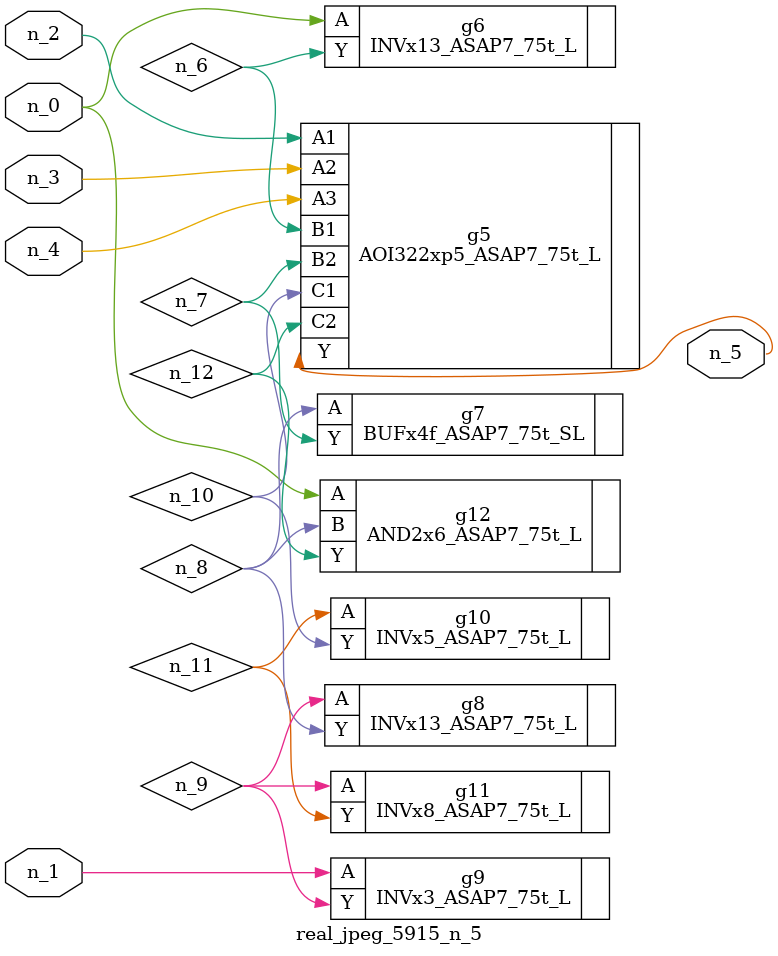
<source format=v>
module real_jpeg_5915_n_5 (n_4, n_0, n_1, n_2, n_3, n_5);

input n_4;
input n_0;
input n_1;
input n_2;
input n_3;

output n_5;

wire n_12;
wire n_8;
wire n_11;
wire n_6;
wire n_7;
wire n_10;
wire n_9;

INVx13_ASAP7_75t_L g6 ( 
.A(n_0),
.Y(n_6)
);

AND2x6_ASAP7_75t_L g12 ( 
.A(n_0),
.B(n_8),
.Y(n_12)
);

INVx3_ASAP7_75t_L g9 ( 
.A(n_1),
.Y(n_9)
);

AOI322xp5_ASAP7_75t_L g5 ( 
.A1(n_2),
.A2(n_3),
.A3(n_4),
.B1(n_6),
.B2(n_7),
.C1(n_10),
.C2(n_12),
.Y(n_5)
);

BUFx4f_ASAP7_75t_SL g7 ( 
.A(n_8),
.Y(n_7)
);

INVx13_ASAP7_75t_L g8 ( 
.A(n_9),
.Y(n_8)
);

INVx8_ASAP7_75t_L g11 ( 
.A(n_9),
.Y(n_11)
);

INVx5_ASAP7_75t_L g10 ( 
.A(n_11),
.Y(n_10)
);


endmodule
</source>
